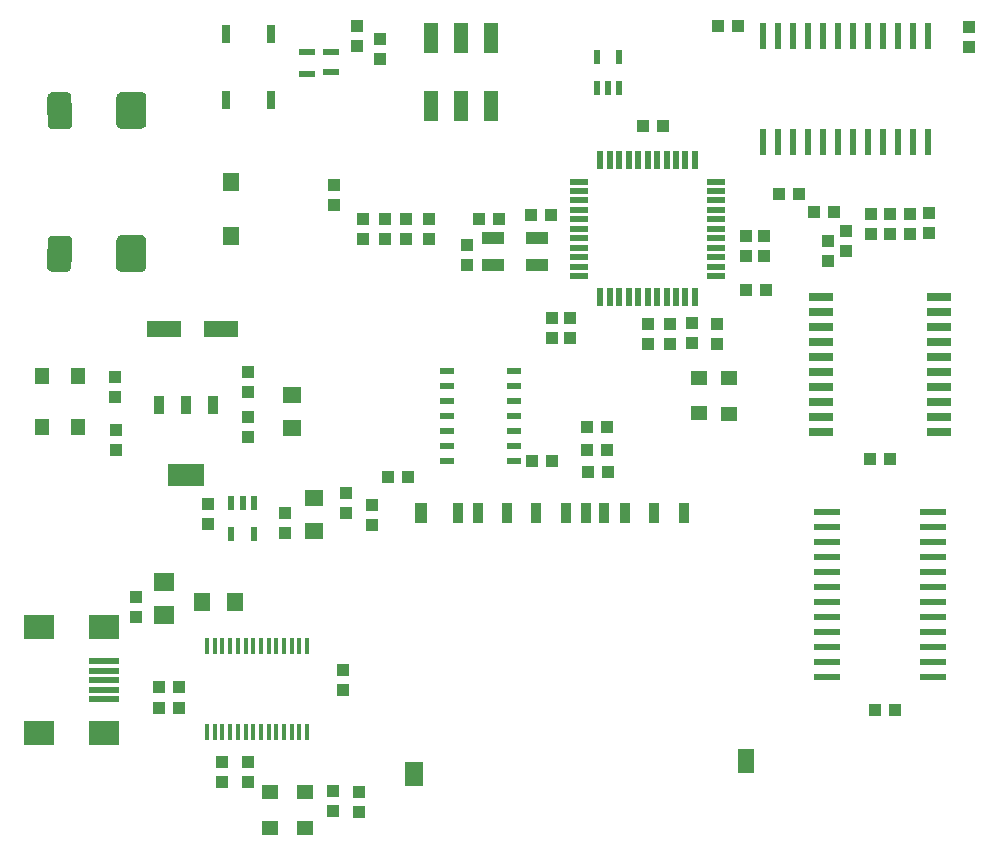
<source format=gbr>
G04 EAGLE Gerber RS-274X export*
G75*
%MOMM*%
%FSLAX34Y34*%
%LPD*%
%INSolderpaste Top*%
%IPPOS*%
%AMOC8*
5,1,8,0,0,1.08239X$1,22.5*%
G01*
%ADD10R,1.000000X1.100000*%
%ADD11R,1.100000X1.000000*%
%ADD12R,1.400000X1.200000*%
%ADD13R,0.762000X1.524000*%
%ADD14R,1.200000X0.600000*%
%ADD15R,0.900000X1.800000*%
%ADD16R,1.400000X2.000000*%
%ADD17R,1.527000X2.000000*%
%ADD18R,1.100000X1.800000*%
%ADD19R,1.400000X1.600000*%
%ADD20R,1.800000X1.600000*%
%ADD21R,0.550000X1.200000*%
%ADD22R,1.500000X0.500000*%
%ADD23R,0.500000X1.500000*%
%ADD24R,1.600000X1.400000*%
%ADD25R,3.000000X1.400000*%
%ADD26R,0.812800X1.524000*%
%ADD27R,3.124200X1.905000*%
%ADD28R,1.470000X1.524000*%
%ADD29C,0.600000*%
%ADD30R,1.900000X1.100000*%
%ADD31R,1.200000X1.400000*%
%ADD32R,1.270000X2.540000*%
%ADD33R,2.032000X0.660400*%
%ADD34R,2.500000X0.500000*%
%ADD35R,2.500000X2.000000*%
%ADD36R,0.348000X1.397000*%
%ADD37R,1.320800X0.558800*%
%ADD38R,0.558800X2.311400*%
%ADD39R,2.311400X0.558800*%

G36*
X111735Y634446D02*
X111735Y634446D01*
X111765Y634451D01*
X111806Y634450D01*
X112647Y634554D01*
X112695Y634569D01*
X112784Y634586D01*
X113582Y634873D01*
X113625Y634898D01*
X113708Y634935D01*
X114423Y635391D01*
X114460Y635425D01*
X114532Y635479D01*
X115128Y636082D01*
X115157Y636123D01*
X115216Y636192D01*
X115664Y636912D01*
X115683Y636958D01*
X115725Y637039D01*
X116003Y637839D01*
X116011Y637889D01*
X116034Y637977D01*
X116128Y638819D01*
X116126Y638850D01*
X116132Y638890D01*
X116132Y661282D01*
X116137Y661993D01*
X116129Y662043D01*
X116123Y662135D01*
X115968Y662834D01*
X115949Y662881D01*
X115922Y662968D01*
X115616Y663616D01*
X115587Y663657D01*
X115542Y663737D01*
X115099Y664300D01*
X115062Y664333D01*
X115000Y664401D01*
X114443Y664851D01*
X114399Y664876D01*
X114323Y664928D01*
X113680Y665243D01*
X113632Y665257D01*
X113547Y665291D01*
X112850Y665455D01*
X112799Y665458D01*
X112704Y665472D01*
X94924Y665472D01*
X94875Y665464D01*
X94770Y665453D01*
X93935Y665245D01*
X93889Y665224D01*
X93802Y665195D01*
X93034Y664806D01*
X92994Y664776D01*
X92916Y664728D01*
X92254Y664178D01*
X92221Y664139D01*
X92156Y664075D01*
X91633Y663392D01*
X91610Y663347D01*
X91560Y663270D01*
X91202Y662487D01*
X91190Y662438D01*
X91158Y662352D01*
X90983Y661509D01*
X90982Y661459D01*
X90970Y661368D01*
X90988Y660513D01*
X90988Y638717D01*
X90993Y638686D01*
X90992Y638645D01*
X91089Y637792D01*
X91103Y637743D01*
X91121Y637652D01*
X91406Y636842D01*
X91431Y636798D01*
X91469Y636714D01*
X91928Y635988D01*
X91963Y635951D01*
X92018Y635877D01*
X92629Y635273D01*
X92670Y635244D01*
X92741Y635184D01*
X93471Y634732D01*
X93518Y634714D01*
X93601Y634671D01*
X94414Y634394D01*
X94463Y634387D01*
X94553Y634364D01*
X95408Y634276D01*
X95439Y634278D01*
X95479Y634273D01*
X111735Y634446D01*
G37*
G36*
X112245Y513336D02*
X112245Y513336D01*
X112350Y513347D01*
X113185Y513555D01*
X113231Y513576D01*
X113318Y513605D01*
X114086Y513994D01*
X114126Y514024D01*
X114204Y514072D01*
X114866Y514622D01*
X114899Y514661D01*
X114964Y514725D01*
X115487Y515408D01*
X115510Y515453D01*
X115560Y515530D01*
X115918Y516313D01*
X115930Y516362D01*
X115962Y516448D01*
X116137Y517291D01*
X116138Y517341D01*
X116150Y517432D01*
X116132Y518287D01*
X116132Y540083D01*
X116127Y540114D01*
X116128Y540155D01*
X116031Y541008D01*
X116017Y541057D01*
X115999Y541148D01*
X115714Y541958D01*
X115689Y542002D01*
X115651Y542086D01*
X115192Y542812D01*
X115157Y542849D01*
X115102Y542923D01*
X114491Y543527D01*
X114450Y543556D01*
X114379Y543616D01*
X113649Y544068D01*
X113602Y544086D01*
X113519Y544129D01*
X112706Y544406D01*
X112657Y544413D01*
X112567Y544436D01*
X111712Y544524D01*
X111681Y544522D01*
X111641Y544527D01*
X95385Y544354D01*
X95355Y544349D01*
X95314Y544350D01*
X94473Y544246D01*
X94425Y544231D01*
X94336Y544214D01*
X93538Y543927D01*
X93495Y543902D01*
X93412Y543865D01*
X92697Y543409D01*
X92660Y543375D01*
X92588Y543321D01*
X91992Y542718D01*
X91963Y542677D01*
X91904Y542608D01*
X91456Y541888D01*
X91437Y541842D01*
X91395Y541761D01*
X91117Y540961D01*
X91109Y540911D01*
X91086Y540823D01*
X90992Y539981D01*
X90994Y539950D01*
X90988Y539910D01*
X90988Y517518D01*
X90983Y516807D01*
X90991Y516757D01*
X90997Y516665D01*
X91152Y515966D01*
X91171Y515919D01*
X91198Y515832D01*
X91504Y515184D01*
X91533Y515143D01*
X91578Y515063D01*
X92021Y514500D01*
X92058Y514467D01*
X92121Y514399D01*
X92677Y513949D01*
X92721Y513924D01*
X92797Y513872D01*
X93440Y513557D01*
X93488Y513543D01*
X93573Y513509D01*
X94270Y513345D01*
X94321Y513342D01*
X94416Y513328D01*
X112196Y513328D01*
X112245Y513336D01*
G37*
G36*
X48745Y513336D02*
X48745Y513336D01*
X48850Y513347D01*
X49685Y513555D01*
X49731Y513576D01*
X49818Y513605D01*
X50586Y513994D01*
X50626Y514024D01*
X50704Y514072D01*
X51366Y514622D01*
X51399Y514661D01*
X51464Y514725D01*
X51987Y515408D01*
X52010Y515453D01*
X52060Y515530D01*
X52418Y516313D01*
X52430Y516362D01*
X52462Y516448D01*
X52637Y517291D01*
X52638Y517341D01*
X52650Y517432D01*
X52632Y518287D01*
X52632Y533012D01*
X52620Y533081D01*
X52620Y533083D01*
X52619Y533120D01*
X52618Y533121D01*
X52617Y533151D01*
X52600Y533190D01*
X52593Y533233D01*
X52557Y533293D01*
X52530Y533358D01*
X52500Y533389D01*
X52478Y533426D01*
X52424Y533470D01*
X52376Y533521D01*
X52338Y533540D01*
X52304Y533567D01*
X52238Y533590D01*
X52175Y533621D01*
X52126Y533628D01*
X52092Y533639D01*
X52050Y533638D01*
X51989Y533646D01*
X33193Y533392D01*
X33133Y533380D01*
X33071Y533379D01*
X33024Y533359D01*
X32973Y533350D01*
X32921Y533317D01*
X32864Y533294D01*
X32826Y533260D01*
X32782Y533233D01*
X32743Y533185D01*
X32698Y533143D01*
X32674Y533097D01*
X32643Y533057D01*
X32624Y532998D01*
X32595Y532943D01*
X32586Y532883D01*
X32574Y532843D01*
X32575Y532807D01*
X32568Y532758D01*
X32568Y517518D01*
X32563Y516807D01*
X32571Y516757D01*
X32577Y516665D01*
X32732Y515966D01*
X32751Y515919D01*
X32778Y515832D01*
X33084Y515184D01*
X33113Y515143D01*
X33158Y515063D01*
X33601Y514500D01*
X33638Y514467D01*
X33701Y514399D01*
X34257Y513949D01*
X34301Y513924D01*
X34377Y513872D01*
X35020Y513557D01*
X35068Y513543D01*
X35153Y513509D01*
X35850Y513345D01*
X35901Y513342D01*
X35996Y513328D01*
X48696Y513328D01*
X48745Y513336D01*
G37*
G36*
X52007Y645408D02*
X52007Y645408D01*
X52067Y645420D01*
X52129Y645421D01*
X52176Y645441D01*
X52227Y645450D01*
X52280Y645483D01*
X52336Y645506D01*
X52374Y645540D01*
X52418Y645567D01*
X52457Y645615D01*
X52502Y645657D01*
X52526Y645703D01*
X52558Y645743D01*
X52576Y645802D01*
X52605Y645857D01*
X52614Y645917D01*
X52627Y645957D01*
X52625Y645993D01*
X52632Y646042D01*
X52632Y661282D01*
X52637Y661993D01*
X52629Y662043D01*
X52623Y662135D01*
X52468Y662834D01*
X52449Y662881D01*
X52422Y662968D01*
X52116Y663616D01*
X52087Y663657D01*
X52042Y663737D01*
X51599Y664300D01*
X51562Y664333D01*
X51500Y664401D01*
X50943Y664851D01*
X50899Y664876D01*
X50823Y664928D01*
X50180Y665243D01*
X50132Y665257D01*
X50047Y665291D01*
X49350Y665455D01*
X49299Y665458D01*
X49204Y665472D01*
X36504Y665472D01*
X36455Y665464D01*
X36350Y665453D01*
X35515Y665245D01*
X35469Y665224D01*
X35382Y665195D01*
X34614Y664806D01*
X34574Y664776D01*
X34496Y664728D01*
X33834Y664178D01*
X33801Y664139D01*
X33736Y664075D01*
X33213Y663392D01*
X33190Y663347D01*
X33140Y663270D01*
X32782Y662487D01*
X32770Y662438D01*
X32738Y662352D01*
X32563Y661509D01*
X32562Y661459D01*
X32550Y661368D01*
X32568Y660513D01*
X32568Y645788D01*
X32580Y645719D01*
X32583Y645649D01*
X32600Y645610D01*
X32607Y645567D01*
X32643Y645507D01*
X32670Y645442D01*
X32700Y645411D01*
X32722Y645374D01*
X32776Y645330D01*
X32824Y645279D01*
X32862Y645260D01*
X32896Y645233D01*
X32962Y645210D01*
X33025Y645179D01*
X33074Y645172D01*
X33108Y645161D01*
X33150Y645162D01*
X33211Y645154D01*
X52007Y645408D01*
G37*
D10*
X639420Y543900D03*
X639420Y526900D03*
X559320Y469300D03*
X559320Y452300D03*
X314450Y710400D03*
X314450Y693400D03*
D11*
X537100Y636700D03*
X554100Y636700D03*
D12*
X583870Y423300D03*
X583870Y393300D03*
D13*
X183750Y658760D03*
X183750Y714640D03*
X221850Y658760D03*
X221850Y714640D03*
D11*
X489900Y343500D03*
X506900Y343500D03*
X337900Y339500D03*
X320900Y339500D03*
X489400Y362400D03*
X506400Y362400D03*
D14*
X427200Y353300D03*
X427200Y366000D03*
X427200Y378700D03*
X427200Y391400D03*
X427200Y404100D03*
X427200Y416800D03*
X427200Y429500D03*
X371200Y429500D03*
X371200Y416800D03*
X371200Y404100D03*
X371200Y391400D03*
X371200Y378700D03*
X371200Y366000D03*
X371200Y353300D03*
D11*
X489400Y381900D03*
X506400Y381900D03*
D15*
X546300Y309200D03*
X521300Y309200D03*
X503800Y309200D03*
X488800Y309200D03*
X471300Y309200D03*
X446300Y309200D03*
X421300Y309200D03*
X397100Y309200D03*
X380100Y309200D03*
D16*
X623560Y99200D03*
D17*
X342710Y87700D03*
D18*
X348600Y309200D03*
D15*
X571300Y309200D03*
D10*
X107300Y220600D03*
X107300Y237600D03*
X274600Y73400D03*
X274600Y56400D03*
X475100Y473900D03*
X475100Y456900D03*
X459600Y473900D03*
X459600Y456900D03*
X202700Y98400D03*
X202700Y81400D03*
D19*
X191600Y234000D03*
X163600Y234000D03*
D11*
X126600Y161500D03*
X143600Y161500D03*
X126600Y144000D03*
X143600Y144000D03*
D10*
X180400Y98600D03*
X180400Y81600D03*
D12*
X221000Y42700D03*
X221000Y72700D03*
X251000Y42700D03*
X251000Y72700D03*
D20*
X131500Y222600D03*
X131500Y250600D03*
D21*
X497700Y668799D03*
X507200Y668799D03*
X516700Y668799D03*
X516700Y694801D03*
X497700Y694801D03*
D22*
X482700Y589600D03*
X482700Y581600D03*
X482700Y573600D03*
X482700Y565600D03*
X482700Y557600D03*
X482700Y549600D03*
X482700Y541600D03*
X482700Y533600D03*
X482700Y525600D03*
X482700Y517600D03*
X482700Y509600D03*
D23*
X500700Y491600D03*
X508700Y491600D03*
X516700Y491600D03*
X524700Y491600D03*
X532700Y491600D03*
X540700Y491600D03*
X548700Y491600D03*
X556700Y491600D03*
X564700Y491600D03*
X572700Y491600D03*
X580700Y491600D03*
D22*
X598700Y509600D03*
X598700Y517600D03*
X598700Y525600D03*
X598700Y533600D03*
X598700Y541600D03*
X598700Y549600D03*
X598700Y557600D03*
X598700Y565600D03*
X598700Y573600D03*
X598700Y581600D03*
X598700Y589600D03*
D23*
X580700Y607600D03*
X572700Y607600D03*
X564700Y607600D03*
X556700Y607600D03*
X548700Y607600D03*
X540700Y607600D03*
X532700Y607600D03*
X524700Y607600D03*
X516700Y607600D03*
X508700Y607600D03*
X500700Y607600D03*
D11*
X641200Y498000D03*
X624200Y498000D03*
D10*
X540600Y452200D03*
X540600Y469200D03*
D11*
X441800Y561200D03*
X458800Y561200D03*
D10*
X623700Y543800D03*
X623700Y526800D03*
D24*
X239900Y408600D03*
X239900Y380600D03*
D10*
X168500Y316400D03*
X168500Y299400D03*
D25*
X179500Y464500D03*
X131500Y464500D03*
D21*
X207300Y317601D03*
X197800Y317601D03*
X188300Y317601D03*
X188300Y291599D03*
X207300Y291599D03*
D10*
X234000Y292100D03*
X234000Y309100D03*
D26*
X172507Y400200D03*
X149800Y400200D03*
X126915Y400200D03*
D27*
X149800Y340790D03*
D10*
X202500Y428800D03*
X202500Y411800D03*
X202500Y390300D03*
X202500Y373300D03*
D24*
X258300Y321800D03*
X258300Y293800D03*
D28*
X188300Y589370D03*
X188300Y543830D03*
D29*
X49600Y637400D02*
X35600Y637400D01*
X35600Y655400D01*
X49600Y655400D01*
X49600Y637400D01*
X49600Y643100D02*
X35600Y643100D01*
X35600Y648800D02*
X49600Y648800D01*
X49600Y654500D02*
X35600Y654500D01*
X35600Y523400D02*
X49600Y523400D01*
X35600Y523400D02*
X35600Y541400D01*
X49600Y541400D01*
X49600Y523400D01*
X49600Y529100D02*
X35600Y529100D01*
X35600Y534800D02*
X49600Y534800D01*
X49600Y540500D02*
X35600Y540500D01*
X96600Y637400D02*
X110600Y637400D01*
X96600Y637400D02*
X96600Y655400D01*
X110600Y655400D01*
X110600Y637400D01*
X110600Y643100D02*
X96600Y643100D01*
X96600Y648800D02*
X110600Y648800D01*
X110600Y654500D02*
X96600Y654500D01*
X96600Y523400D02*
X110600Y523400D01*
X96600Y523400D02*
X96600Y541400D01*
X110600Y541400D01*
X110600Y523400D01*
X110600Y529100D02*
X96600Y529100D01*
X96600Y534800D02*
X110600Y534800D01*
X110600Y540500D02*
X96600Y540500D01*
D30*
X447000Y541800D03*
X410000Y518800D03*
X447000Y518800D03*
X410000Y541800D03*
D11*
X397700Y558000D03*
X414700Y558000D03*
D10*
X388100Y535800D03*
X388100Y518800D03*
X296000Y73100D03*
X296000Y56100D03*
X89400Y424100D03*
X89400Y407100D03*
D31*
X58100Y424800D03*
X28100Y424800D03*
D10*
X90300Y379100D03*
X90300Y362100D03*
D31*
X58100Y381400D03*
X28100Y381400D03*
D10*
X578200Y469600D03*
X578200Y452600D03*
D12*
X609500Y423100D03*
X609500Y393100D03*
D11*
X600600Y721400D03*
X617600Y721400D03*
D10*
X812500Y703400D03*
X812500Y720400D03*
X355600Y540900D03*
X355600Y557900D03*
X318700Y540900D03*
X318700Y557900D03*
X299300Y540900D03*
X299300Y557900D03*
X336500Y540800D03*
X336500Y557800D03*
X275400Y586700D03*
X275400Y569700D03*
D11*
X750000Y142000D03*
X733000Y142000D03*
X443000Y353000D03*
X460000Y353000D03*
D10*
X307500Y299000D03*
X307500Y316000D03*
X285000Y309000D03*
X285000Y326000D03*
D32*
X407900Y711000D03*
X407900Y654000D03*
X382500Y711000D03*
X382500Y654000D03*
X357100Y711000D03*
X357100Y654000D03*
D33*
X787792Y377850D03*
X787792Y390550D03*
X787792Y403250D03*
X787792Y415950D03*
X787792Y428650D03*
X787792Y441350D03*
X787792Y454050D03*
X787792Y466750D03*
X687208Y466750D03*
X687208Y454050D03*
X687208Y441350D03*
X687208Y428650D03*
X687208Y415950D03*
X687208Y403250D03*
X687208Y390550D03*
X687208Y377850D03*
X787792Y479450D03*
X787792Y492150D03*
X687208Y479450D03*
X687208Y492150D03*
D11*
X746000Y355000D03*
X729000Y355000D03*
D10*
X599500Y469000D03*
X599500Y452000D03*
D34*
X80000Y167500D03*
X80000Y175500D03*
X80000Y151500D03*
X80000Y159500D03*
D35*
X25000Y122500D03*
X25000Y212500D03*
X80000Y122500D03*
X80000Y212500D03*
D34*
X80000Y183500D03*
D36*
X252250Y123440D03*
X245750Y123440D03*
X239250Y123440D03*
X232750Y123440D03*
X226250Y123440D03*
X219750Y123440D03*
X213250Y123440D03*
X200250Y123440D03*
X206750Y123440D03*
X193750Y123440D03*
X187250Y123440D03*
X180750Y123440D03*
X174250Y123440D03*
X167750Y123440D03*
X252250Y196560D03*
X245750Y196560D03*
X239250Y196560D03*
X232750Y196560D03*
X226250Y196560D03*
X219750Y196560D03*
X213250Y196560D03*
X206750Y196560D03*
X200250Y196560D03*
X193750Y196560D03*
X187250Y196560D03*
X180750Y196560D03*
X174250Y196560D03*
X167750Y196560D03*
D10*
X282500Y176000D03*
X282500Y159000D03*
D37*
X272660Y682253D03*
X272660Y699652D03*
X252340Y699652D03*
X252340Y680348D03*
D10*
X295000Y721000D03*
X295000Y704000D03*
X779000Y546000D03*
X779000Y563000D03*
X763000Y545500D03*
X763000Y562500D03*
X746000Y545500D03*
X746000Y562500D03*
X730000Y545000D03*
X730000Y562000D03*
D11*
X669000Y579000D03*
X652000Y579000D03*
X698500Y564000D03*
X681500Y564000D03*
D10*
X709000Y530500D03*
X709000Y547500D03*
X693000Y522500D03*
X693000Y539500D03*
D38*
X638650Y622788D03*
X651350Y622788D03*
X664050Y622788D03*
X676750Y622788D03*
X689450Y622788D03*
X702150Y622788D03*
X714850Y622788D03*
X727550Y622788D03*
X740250Y622788D03*
X752950Y622788D03*
X765650Y622788D03*
X778350Y622788D03*
X778350Y713212D03*
X765650Y713212D03*
X752950Y713212D03*
X740250Y713212D03*
X727550Y713212D03*
X714850Y713212D03*
X702150Y713212D03*
X689450Y713212D03*
X676750Y713212D03*
X664050Y713212D03*
X651350Y713212D03*
X638650Y713212D03*
D39*
X782712Y170150D03*
X782712Y182850D03*
X782712Y195550D03*
X782712Y208250D03*
X782712Y220950D03*
X782712Y233650D03*
X782712Y246350D03*
X782712Y259050D03*
X782712Y271750D03*
X782712Y284450D03*
X782712Y297150D03*
X782712Y309850D03*
X692288Y309850D03*
X692288Y297150D03*
X692288Y284450D03*
X692288Y271750D03*
X692288Y259050D03*
X692288Y246350D03*
X692288Y233650D03*
X692288Y220950D03*
X692288Y208250D03*
X692288Y195550D03*
X692288Y182850D03*
X692288Y170150D03*
M02*

</source>
